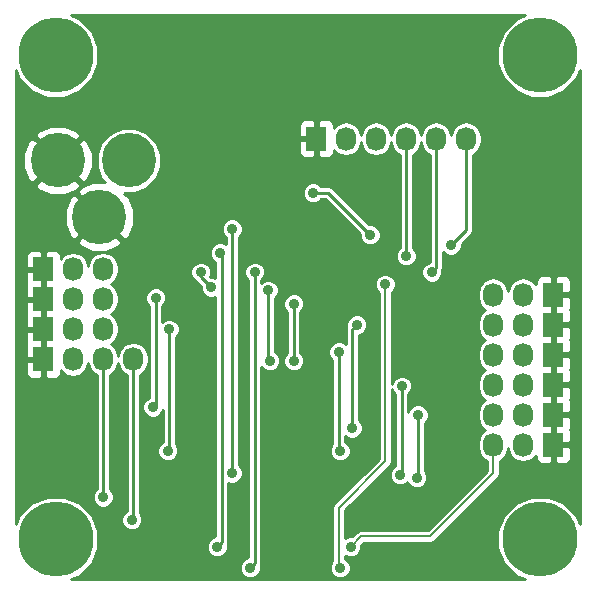
<source format=gbr>
G04 #@! TF.FileFunction,Copper,L2,Bot,Signal*
%FSLAX46Y46*%
G04 Gerber Fmt 4.6, Leading zero omitted, Abs format (unit mm)*
G04 Created by KiCad (PCBNEW (after 2015-mar-04 BZR unknown)-product) date 11/8/2016 10:56:30 AM*
%MOMM*%
G01*
G04 APERTURE LIST*
%ADD10C,0.150000*%
%ADD11C,6.350000*%
%ADD12R,1.727200X2.032000*%
%ADD13O,1.727200X2.032000*%
%ADD14C,4.600000*%
%ADD15C,0.889000*%
%ADD16C,0.254000*%
%ADD17C,0.203200*%
G04 APERTURE END LIST*
D10*
D11*
X14000000Y-55000000D03*
X55000000Y-55000000D03*
X55000000Y-14000000D03*
X14000000Y-14000000D03*
D12*
X36068000Y-21082000D03*
D13*
X38608000Y-21082000D03*
X41148000Y-21082000D03*
X43688000Y-21082000D03*
X46228000Y-21082000D03*
X48768000Y-21082000D03*
D14*
X14200000Y-22900000D03*
X20200000Y-22900000D03*
X17700000Y-27700000D03*
D12*
X56134000Y-46990000D03*
D13*
X53594000Y-46990000D03*
X51054000Y-46990000D03*
D12*
X56134000Y-44450000D03*
D13*
X53594000Y-44450000D03*
X51054000Y-44450000D03*
D12*
X56134000Y-41910000D03*
D13*
X53594000Y-41910000D03*
X51054000Y-41910000D03*
D12*
X56134000Y-39370000D03*
D13*
X53594000Y-39370000D03*
X51054000Y-39370000D03*
D12*
X56134000Y-36830000D03*
D13*
X53594000Y-36830000D03*
X51054000Y-36830000D03*
D12*
X56134000Y-34290000D03*
D13*
X53594000Y-34290000D03*
X51054000Y-34290000D03*
D12*
X12954000Y-32131000D03*
D13*
X15494000Y-32131000D03*
X18034000Y-32131000D03*
D12*
X12954000Y-34671000D03*
D13*
X15494000Y-34671000D03*
X18034000Y-34671000D03*
D12*
X12954000Y-37211000D03*
D13*
X15494000Y-37211000D03*
X18034000Y-37211000D03*
D12*
X12954000Y-39751000D03*
D13*
X15494000Y-39751000D03*
X18034000Y-39751000D03*
X20574000Y-39751000D03*
D15*
X36703000Y-37846000D03*
X25273000Y-42291000D03*
X19431000Y-44450000D03*
X30226000Y-16383000D03*
X18415000Y-17780000D03*
X26416000Y-14605000D03*
X48260000Y-57404000D03*
X45847000Y-32385000D03*
X30861000Y-32385000D03*
X30480000Y-57404000D03*
X43688000Y-30988000D03*
X27940000Y-30734000D03*
X27686000Y-55626000D03*
X38989000Y-55626000D03*
X44704000Y-44450000D03*
X44577000Y-49784000D03*
X43307000Y-42037000D03*
X43180000Y-49530000D03*
X37973000Y-39116000D03*
X38100000Y-47498000D03*
X39116000Y-45593000D03*
X39497000Y-36830000D03*
X34163000Y-35052000D03*
X34163000Y-39878000D03*
X26289000Y-32385000D03*
X27178000Y-33655000D03*
X32004000Y-33909000D03*
X32131000Y-39878000D03*
X22479000Y-34544000D03*
X22225000Y-43815000D03*
X23622000Y-37211000D03*
X23495000Y-47498000D03*
X18034000Y-51435000D03*
X20447000Y-53340000D03*
X28956000Y-28702000D03*
X28956000Y-49403000D03*
X38100000Y-57404000D03*
X41910000Y-33401000D03*
X47498000Y-30099000D03*
X35814000Y-25654000D03*
X40640000Y-29210000D03*
D16*
X46228000Y-32004000D02*
X46228000Y-21082000D01*
X45847000Y-32385000D02*
X46228000Y-32004000D01*
X30861000Y-57023000D02*
X30861000Y-32385000D01*
X30480000Y-57404000D02*
X30861000Y-57023000D01*
X43688000Y-30988000D02*
X43688000Y-21082000D01*
X28067000Y-30861000D02*
X27940000Y-30734000D01*
X28067000Y-55245000D02*
X28067000Y-30861000D01*
X27686000Y-55626000D02*
X28067000Y-55245000D01*
D17*
X38989000Y-55626000D02*
X39878000Y-54737000D01*
X39878000Y-54737000D02*
X45720000Y-54737000D01*
X45720000Y-54737000D02*
X51054000Y-49403000D01*
X51054000Y-49403000D02*
X51054000Y-46990000D01*
D16*
X44704000Y-49657000D02*
X44704000Y-44450000D01*
X44577000Y-49784000D02*
X44704000Y-49657000D01*
X43307000Y-49403000D02*
X43307000Y-42037000D01*
X43180000Y-49530000D02*
X43307000Y-49403000D01*
X37973000Y-47371000D02*
X37973000Y-39116000D01*
X38100000Y-47498000D02*
X37973000Y-47371000D01*
X39116000Y-37211000D02*
X39116000Y-45593000D01*
X39497000Y-36830000D02*
X39116000Y-37211000D01*
X34163000Y-39878000D02*
X34163000Y-35052000D01*
X26289000Y-32766000D02*
X26289000Y-32385000D01*
X27178000Y-33655000D02*
X26289000Y-32766000D01*
X32004000Y-39751000D02*
X32004000Y-33909000D01*
X32131000Y-39878000D02*
X32004000Y-39751000D01*
X22479000Y-43561000D02*
X22479000Y-34544000D01*
X22225000Y-43815000D02*
X22479000Y-43561000D01*
X23622000Y-47371000D02*
X23622000Y-37211000D01*
X23495000Y-47498000D02*
X23622000Y-47371000D01*
X18034000Y-51435000D02*
X18034000Y-39751000D01*
X20574000Y-53213000D02*
X20574000Y-39751000D01*
X20447000Y-53340000D02*
X20574000Y-53213000D01*
X28956000Y-49403000D02*
X28956000Y-28702000D01*
D17*
X38100000Y-57404000D02*
X37973000Y-57277000D01*
X37973000Y-57277000D02*
X37973000Y-52324000D01*
X37973000Y-52324000D02*
X41910000Y-48387000D01*
X41910000Y-48387000D02*
X41910000Y-33401000D01*
D16*
X48768000Y-28829000D02*
X48768000Y-21082000D01*
X47498000Y-30099000D02*
X48768000Y-28829000D01*
X37084000Y-25654000D02*
X35814000Y-25654000D01*
X40640000Y-29210000D02*
X37084000Y-25654000D01*
G36*
X58377700Y-53729735D02*
X58059479Y-52959581D01*
X57632600Y-52531956D01*
X57632600Y-48132309D01*
X57632600Y-47275750D01*
X57632600Y-46704250D01*
X57632600Y-45847691D01*
X57579708Y-45720000D01*
X57632600Y-45592309D01*
X57632600Y-44735750D01*
X57632600Y-44164250D01*
X57632600Y-43307691D01*
X57579708Y-43180000D01*
X57632600Y-43052309D01*
X57632600Y-42195750D01*
X57632600Y-41624250D01*
X57632600Y-40767691D01*
X57579708Y-40640000D01*
X57632600Y-40512309D01*
X57632600Y-39655750D01*
X57632600Y-39084250D01*
X57632600Y-38227691D01*
X57579708Y-38100000D01*
X57632600Y-37972309D01*
X57632600Y-37115750D01*
X57632600Y-36544250D01*
X57632600Y-35687691D01*
X57579708Y-35560000D01*
X57632600Y-35432309D01*
X57632600Y-34575750D01*
X57632600Y-34004250D01*
X57632600Y-33147691D01*
X57535927Y-32914302D01*
X57357299Y-32735673D01*
X57123910Y-32639000D01*
X56871291Y-32639000D01*
X56419750Y-32639000D01*
X56261000Y-32797750D01*
X56261000Y-34163000D01*
X57473850Y-34163000D01*
X57632600Y-34004250D01*
X57632600Y-34575750D01*
X57473850Y-34417000D01*
X56261000Y-34417000D01*
X56261000Y-35337750D01*
X56261000Y-35782250D01*
X56261000Y-36703000D01*
X57473850Y-36703000D01*
X57632600Y-36544250D01*
X57632600Y-37115750D01*
X57473850Y-36957000D01*
X56261000Y-36957000D01*
X56261000Y-37877750D01*
X56261000Y-38322250D01*
X56261000Y-39243000D01*
X57473850Y-39243000D01*
X57632600Y-39084250D01*
X57632600Y-39655750D01*
X57473850Y-39497000D01*
X56261000Y-39497000D01*
X56261000Y-40417750D01*
X56261000Y-40862250D01*
X56261000Y-41783000D01*
X57473850Y-41783000D01*
X57632600Y-41624250D01*
X57632600Y-42195750D01*
X57473850Y-42037000D01*
X56261000Y-42037000D01*
X56261000Y-42957750D01*
X56261000Y-43402250D01*
X56261000Y-44323000D01*
X57473850Y-44323000D01*
X57632600Y-44164250D01*
X57632600Y-44735750D01*
X57473850Y-44577000D01*
X56261000Y-44577000D01*
X56261000Y-45497750D01*
X56261000Y-45942250D01*
X56261000Y-46863000D01*
X57473850Y-46863000D01*
X57632600Y-46704250D01*
X57632600Y-47275750D01*
X57473850Y-47117000D01*
X56261000Y-47117000D01*
X56261000Y-48482250D01*
X56419750Y-48641000D01*
X56871291Y-48641000D01*
X57123910Y-48641000D01*
X57357299Y-48544327D01*
X57535927Y-48365698D01*
X57632600Y-48132309D01*
X57632600Y-52531956D01*
X57045755Y-51944087D01*
X56007000Y-51512758D01*
X56007000Y-48482250D01*
X56007000Y-47117000D01*
X55987000Y-47117000D01*
X55987000Y-46863000D01*
X56007000Y-46863000D01*
X56007000Y-45942250D01*
X56007000Y-45497750D01*
X56007000Y-44577000D01*
X55987000Y-44577000D01*
X55987000Y-44323000D01*
X56007000Y-44323000D01*
X56007000Y-43402250D01*
X56007000Y-42957750D01*
X56007000Y-42037000D01*
X55987000Y-42037000D01*
X55987000Y-41783000D01*
X56007000Y-41783000D01*
X56007000Y-40862250D01*
X56007000Y-40417750D01*
X56007000Y-39497000D01*
X55987000Y-39497000D01*
X55987000Y-39243000D01*
X56007000Y-39243000D01*
X56007000Y-38322250D01*
X56007000Y-37877750D01*
X56007000Y-36957000D01*
X55987000Y-36957000D01*
X55987000Y-36703000D01*
X56007000Y-36703000D01*
X56007000Y-35782250D01*
X56007000Y-35337750D01*
X56007000Y-34417000D01*
X55987000Y-34417000D01*
X55987000Y-34163000D01*
X56007000Y-34163000D01*
X56007000Y-32797750D01*
X55848250Y-32639000D01*
X55396709Y-32639000D01*
X55144090Y-32639000D01*
X54910701Y-32735673D01*
X54732073Y-32914302D01*
X54635400Y-33147691D01*
X54635400Y-33380944D01*
X54509986Y-33193250D01*
X54089728Y-32912442D01*
X53594000Y-32813836D01*
X53098272Y-32912442D01*
X52678014Y-33193250D01*
X52397206Y-33613508D01*
X52324000Y-33981541D01*
X52250794Y-33613508D01*
X51969986Y-33193250D01*
X51549728Y-32912442D01*
X51054000Y-32813836D01*
X50558272Y-32912442D01*
X50138014Y-33193250D01*
X50063400Y-33304917D01*
X50063400Y-21262764D01*
X50063400Y-20901236D01*
X49964794Y-20405508D01*
X49683986Y-19985250D01*
X49263728Y-19704442D01*
X48768000Y-19605836D01*
X48272272Y-19704442D01*
X47852014Y-19985250D01*
X47571206Y-20405508D01*
X47498000Y-20773541D01*
X47424794Y-20405508D01*
X47143986Y-19985250D01*
X46723728Y-19704442D01*
X46228000Y-19605836D01*
X45732272Y-19704442D01*
X45312014Y-19985250D01*
X45031206Y-20405508D01*
X44958000Y-20773541D01*
X44884794Y-20405508D01*
X44603986Y-19985250D01*
X44183728Y-19704442D01*
X43688000Y-19605836D01*
X43192272Y-19704442D01*
X42772014Y-19985250D01*
X42491206Y-20405508D01*
X42418000Y-20773541D01*
X42344794Y-20405508D01*
X42063986Y-19985250D01*
X41643728Y-19704442D01*
X41148000Y-19605836D01*
X40652272Y-19704442D01*
X40232014Y-19985250D01*
X39951206Y-20405508D01*
X39878000Y-20773541D01*
X39804794Y-20405508D01*
X39523986Y-19985250D01*
X39103728Y-19704442D01*
X38608000Y-19605836D01*
X38112272Y-19704442D01*
X37692014Y-19985250D01*
X37566600Y-20172944D01*
X37566600Y-19939691D01*
X37469927Y-19706302D01*
X37291299Y-19527673D01*
X37057910Y-19431000D01*
X36805291Y-19431000D01*
X36353750Y-19431000D01*
X36195000Y-19589750D01*
X36195000Y-20955000D01*
X36215000Y-20955000D01*
X36215000Y-21209000D01*
X36195000Y-21209000D01*
X36195000Y-22574250D01*
X36353750Y-22733000D01*
X36805291Y-22733000D01*
X37057910Y-22733000D01*
X37291299Y-22636327D01*
X37469927Y-22457698D01*
X37566600Y-22224309D01*
X37566600Y-21991055D01*
X37692014Y-22178750D01*
X38112272Y-22459558D01*
X38608000Y-22558164D01*
X39103728Y-22459558D01*
X39523986Y-22178750D01*
X39804794Y-21758492D01*
X39878000Y-21390458D01*
X39951206Y-21758492D01*
X40232014Y-22178750D01*
X40652272Y-22459558D01*
X41148000Y-22558164D01*
X41643728Y-22459558D01*
X42063986Y-22178750D01*
X42344794Y-21758492D01*
X42418000Y-21390458D01*
X42491206Y-21758492D01*
X42772014Y-22178750D01*
X43129200Y-22417414D01*
X43129200Y-30307630D01*
X42945542Y-30490968D01*
X42811852Y-30812928D01*
X42811548Y-31161542D01*
X42944676Y-31483736D01*
X43190968Y-31730458D01*
X43512928Y-31864148D01*
X43861542Y-31864452D01*
X44183736Y-31731324D01*
X44430458Y-31485032D01*
X44564148Y-31163072D01*
X44564452Y-30814458D01*
X44431324Y-30492264D01*
X44246800Y-30307417D01*
X44246800Y-22417414D01*
X44603986Y-22178750D01*
X44884794Y-21758492D01*
X44958000Y-21390458D01*
X45031206Y-21758492D01*
X45312014Y-22178750D01*
X45669200Y-22417414D01*
X45669200Y-31510307D01*
X45351264Y-31641676D01*
X45104542Y-31887968D01*
X44970852Y-32209928D01*
X44970548Y-32558542D01*
X45103676Y-32880736D01*
X45349968Y-33127458D01*
X45671928Y-33261148D01*
X46020542Y-33261452D01*
X46342736Y-33128324D01*
X46589458Y-32882032D01*
X46723148Y-32560072D01*
X46723419Y-32249040D01*
X46723419Y-32249039D01*
X46744264Y-32217844D01*
X46744264Y-32217843D01*
X46786799Y-32004000D01*
X46786800Y-32004000D01*
X46786800Y-30626916D01*
X47000968Y-30841458D01*
X47322928Y-30975148D01*
X47671542Y-30975452D01*
X47993736Y-30842324D01*
X48240458Y-30596032D01*
X48374148Y-30274072D01*
X48374375Y-30012886D01*
X49163131Y-29224131D01*
X49284264Y-29042844D01*
X49284264Y-29042843D01*
X49326799Y-28829000D01*
X49326800Y-28829000D01*
X49326800Y-22417414D01*
X49683986Y-22178750D01*
X49964794Y-21758492D01*
X50063400Y-21262764D01*
X50063400Y-33304917D01*
X49857206Y-33613508D01*
X49758600Y-34109236D01*
X49758600Y-34470764D01*
X49857206Y-34966492D01*
X50138014Y-35386750D01*
X50397300Y-35560000D01*
X50138014Y-35733250D01*
X49857206Y-36153508D01*
X49758600Y-36649236D01*
X49758600Y-37010764D01*
X49857206Y-37506492D01*
X50138014Y-37926750D01*
X50397300Y-38100000D01*
X50138014Y-38273250D01*
X49857206Y-38693508D01*
X49758600Y-39189236D01*
X49758600Y-39550764D01*
X49857206Y-40046492D01*
X50138014Y-40466750D01*
X50397300Y-40640000D01*
X50138014Y-40813250D01*
X49857206Y-41233508D01*
X49758600Y-41729236D01*
X49758600Y-42090764D01*
X49857206Y-42586492D01*
X50138014Y-43006750D01*
X50397300Y-43180000D01*
X50138014Y-43353250D01*
X49857206Y-43773508D01*
X49758600Y-44269236D01*
X49758600Y-44630764D01*
X49857206Y-45126492D01*
X50138014Y-45546750D01*
X50397300Y-45720000D01*
X50138014Y-45893250D01*
X49857206Y-46313508D01*
X49758600Y-46809236D01*
X49758600Y-47170764D01*
X49857206Y-47666492D01*
X50138014Y-48086750D01*
X50520600Y-48342386D01*
X50520600Y-49182058D01*
X45499058Y-54203600D01*
X39878000Y-54203600D01*
X39673877Y-54244203D01*
X39500829Y-54359829D01*
X39110852Y-54749805D01*
X38815458Y-54749548D01*
X38506400Y-54877248D01*
X38506400Y-52544942D01*
X42287171Y-48764171D01*
X42402797Y-48591123D01*
X42443400Y-48387000D01*
X42443400Y-42241646D01*
X42563676Y-42532736D01*
X42748200Y-42717582D01*
X42748200Y-48760258D01*
X42684264Y-48786676D01*
X42437542Y-49032968D01*
X42303852Y-49354928D01*
X42303548Y-49703542D01*
X42436676Y-50025736D01*
X42682968Y-50272458D01*
X43004928Y-50406148D01*
X43353542Y-50406452D01*
X43675736Y-50273324D01*
X43785678Y-50163573D01*
X43833676Y-50279736D01*
X44079968Y-50526458D01*
X44401928Y-50660148D01*
X44750542Y-50660452D01*
X45072736Y-50527324D01*
X45319458Y-50281032D01*
X45453148Y-49959072D01*
X45453452Y-49610458D01*
X45320324Y-49288264D01*
X45262800Y-49230639D01*
X45262800Y-45130369D01*
X45446458Y-44947032D01*
X45580148Y-44625072D01*
X45580452Y-44276458D01*
X45447324Y-43954264D01*
X45201032Y-43707542D01*
X44879072Y-43573852D01*
X44530458Y-43573548D01*
X44208264Y-43706676D01*
X43961542Y-43952968D01*
X43865800Y-44183539D01*
X43865800Y-42717369D01*
X44049458Y-42534032D01*
X44183148Y-42212072D01*
X44183452Y-41863458D01*
X44050324Y-41541264D01*
X43804032Y-41294542D01*
X43482072Y-41160852D01*
X43133458Y-41160548D01*
X42811264Y-41293676D01*
X42564542Y-41539968D01*
X42443400Y-41831709D01*
X42443400Y-34106725D01*
X42652458Y-33898032D01*
X42786148Y-33576072D01*
X42786452Y-33227458D01*
X42653324Y-32905264D01*
X42407032Y-32658542D01*
X42085072Y-32524852D01*
X41736458Y-32524548D01*
X41516452Y-32615452D01*
X41516452Y-29036458D01*
X41383324Y-28714264D01*
X41137032Y-28467542D01*
X40815072Y-28333852D01*
X40553887Y-28333624D01*
X37479131Y-25258869D01*
X37297844Y-25137736D01*
X37084000Y-25095200D01*
X36494369Y-25095200D01*
X36311032Y-24911542D01*
X35989072Y-24777852D01*
X35941000Y-24777810D01*
X35941000Y-22574250D01*
X35941000Y-21209000D01*
X35941000Y-20955000D01*
X35941000Y-19589750D01*
X35782250Y-19431000D01*
X35330709Y-19431000D01*
X35078090Y-19431000D01*
X34844701Y-19527673D01*
X34666073Y-19706302D01*
X34569400Y-19939691D01*
X34569400Y-20796250D01*
X34728150Y-20955000D01*
X35941000Y-20955000D01*
X35941000Y-21209000D01*
X34728150Y-21209000D01*
X34569400Y-21367750D01*
X34569400Y-22224309D01*
X34666073Y-22457698D01*
X34844701Y-22636327D01*
X35078090Y-22733000D01*
X35330709Y-22733000D01*
X35782250Y-22733000D01*
X35941000Y-22574250D01*
X35941000Y-24777810D01*
X35640458Y-24777548D01*
X35318264Y-24910676D01*
X35071542Y-25156968D01*
X34937852Y-25478928D01*
X34937548Y-25827542D01*
X35070676Y-26149736D01*
X35316968Y-26396458D01*
X35638928Y-26530148D01*
X35987542Y-26530452D01*
X36309736Y-26397324D01*
X36494582Y-26212800D01*
X36852537Y-26212800D01*
X39763774Y-29124037D01*
X39763548Y-29383542D01*
X39896676Y-29705736D01*
X40142968Y-29952458D01*
X40464928Y-30086148D01*
X40813542Y-30086452D01*
X41135736Y-29953324D01*
X41382458Y-29707032D01*
X41516148Y-29385072D01*
X41516452Y-29036458D01*
X41516452Y-32615452D01*
X41414264Y-32657676D01*
X41167542Y-32903968D01*
X41033852Y-33225928D01*
X41033548Y-33574542D01*
X41166676Y-33896736D01*
X41376600Y-34107026D01*
X41376600Y-48166058D01*
X40373452Y-49169206D01*
X40373452Y-36656458D01*
X40240324Y-36334264D01*
X39994032Y-36087542D01*
X39672072Y-35953852D01*
X39323458Y-35953548D01*
X39001264Y-36086676D01*
X38754542Y-36332968D01*
X38620852Y-36654928D01*
X38620580Y-36965959D01*
X38620580Y-36965960D01*
X38599736Y-36997156D01*
X38557200Y-37211000D01*
X38557200Y-38460862D01*
X38470032Y-38373542D01*
X38148072Y-38239852D01*
X37799458Y-38239548D01*
X37477264Y-38372676D01*
X37230542Y-38618968D01*
X37096852Y-38940928D01*
X37096548Y-39289542D01*
X37229676Y-39611736D01*
X37414200Y-39796582D01*
X37414200Y-46944408D01*
X37357542Y-47000968D01*
X37223852Y-47322928D01*
X37223548Y-47671542D01*
X37356676Y-47993736D01*
X37602968Y-48240458D01*
X37924928Y-48374148D01*
X38273542Y-48374452D01*
X38595736Y-48241324D01*
X38842458Y-47995032D01*
X38976148Y-47673072D01*
X38976452Y-47324458D01*
X38843324Y-47002264D01*
X38597032Y-46755542D01*
X38531800Y-46728455D01*
X38531800Y-46248137D01*
X38618968Y-46335458D01*
X38940928Y-46469148D01*
X39289542Y-46469452D01*
X39611736Y-46336324D01*
X39858458Y-46090032D01*
X39992148Y-45768072D01*
X39992452Y-45419458D01*
X39859324Y-45097264D01*
X39674800Y-44912417D01*
X39674800Y-37704692D01*
X39992736Y-37573324D01*
X40239458Y-37327032D01*
X40373148Y-37005072D01*
X40373452Y-36656458D01*
X40373452Y-49169206D01*
X37595829Y-51946829D01*
X37480203Y-52119877D01*
X37439600Y-52324000D01*
X37439600Y-56825053D01*
X37357542Y-56906968D01*
X37223852Y-57228928D01*
X37223548Y-57577542D01*
X37356676Y-57899736D01*
X37602968Y-58146458D01*
X37924928Y-58280148D01*
X38273542Y-58280452D01*
X38595736Y-58147324D01*
X38842458Y-57901032D01*
X38976148Y-57579072D01*
X38976452Y-57230458D01*
X38843324Y-56908264D01*
X38597032Y-56661542D01*
X38506400Y-56623908D01*
X38506400Y-56374450D01*
X38813928Y-56502148D01*
X39162542Y-56502452D01*
X39484736Y-56369324D01*
X39731458Y-56123032D01*
X39865148Y-55801072D01*
X39865407Y-55503934D01*
X40098942Y-55270400D01*
X45720000Y-55270400D01*
X45924123Y-55229797D01*
X46097171Y-55114171D01*
X51431171Y-49780171D01*
X51546797Y-49607123D01*
X51587400Y-49403000D01*
X51587400Y-48342386D01*
X51969986Y-48086750D01*
X52250794Y-47666492D01*
X52324000Y-47298458D01*
X52397206Y-47666492D01*
X52678014Y-48086750D01*
X53098272Y-48367558D01*
X53594000Y-48466164D01*
X54089728Y-48367558D01*
X54509986Y-48086750D01*
X54635400Y-47899055D01*
X54635400Y-48132309D01*
X54732073Y-48365698D01*
X54910701Y-48544327D01*
X55144090Y-48641000D01*
X55396709Y-48641000D01*
X55848250Y-48641000D01*
X56007000Y-48482250D01*
X56007000Y-51512758D01*
X55720584Y-51393828D01*
X54285711Y-51392576D01*
X52959581Y-51940521D01*
X51944087Y-52954245D01*
X51393828Y-54279416D01*
X51392576Y-55714289D01*
X51940521Y-57040419D01*
X52954245Y-58055913D01*
X53729194Y-58377700D01*
X35039452Y-58377700D01*
X35039452Y-39704458D01*
X34906324Y-39382264D01*
X34721800Y-39197417D01*
X34721800Y-35732369D01*
X34905458Y-35549032D01*
X35039148Y-35227072D01*
X35039452Y-34878458D01*
X34906324Y-34556264D01*
X34660032Y-34309542D01*
X34338072Y-34175852D01*
X33989458Y-34175548D01*
X33667264Y-34308676D01*
X33420542Y-34554968D01*
X33286852Y-34876928D01*
X33286548Y-35225542D01*
X33419676Y-35547736D01*
X33604200Y-35732582D01*
X33604200Y-39197630D01*
X33420542Y-39380968D01*
X33286852Y-39702928D01*
X33286548Y-40051542D01*
X33419676Y-40373736D01*
X33665968Y-40620458D01*
X33987928Y-40754148D01*
X34336542Y-40754452D01*
X34658736Y-40621324D01*
X34905458Y-40375032D01*
X35039148Y-40053072D01*
X35039452Y-39704458D01*
X35039452Y-58377700D01*
X33007452Y-58377700D01*
X33007452Y-39704458D01*
X32874324Y-39382264D01*
X32628032Y-39135542D01*
X32562800Y-39108455D01*
X32562800Y-34589369D01*
X32746458Y-34406032D01*
X32880148Y-34084072D01*
X32880452Y-33735458D01*
X32747324Y-33413264D01*
X32501032Y-33166542D01*
X32179072Y-33032852D01*
X31830458Y-33032548D01*
X31508264Y-33165676D01*
X31419800Y-33253985D01*
X31419800Y-33065369D01*
X31603458Y-32882032D01*
X31737148Y-32560072D01*
X31737452Y-32211458D01*
X31604324Y-31889264D01*
X31358032Y-31642542D01*
X31036072Y-31508852D01*
X30687458Y-31508548D01*
X30365264Y-31641676D01*
X30118542Y-31887968D01*
X29984852Y-32209928D01*
X29984548Y-32558542D01*
X30117676Y-32880736D01*
X30302200Y-33065582D01*
X30302200Y-56529307D01*
X29984264Y-56660676D01*
X29832452Y-56812223D01*
X29832452Y-49229458D01*
X29699324Y-48907264D01*
X29514800Y-48722417D01*
X29514800Y-29382369D01*
X29698458Y-29199032D01*
X29832148Y-28877072D01*
X29832452Y-28528458D01*
X29699324Y-28206264D01*
X29453032Y-27959542D01*
X29131072Y-27825852D01*
X28782458Y-27825548D01*
X28460264Y-27958676D01*
X28213542Y-28204968D01*
X28079852Y-28526928D01*
X28079548Y-28875542D01*
X28212676Y-29197736D01*
X28397200Y-29382582D01*
X28397200Y-29975002D01*
X28115072Y-29857852D01*
X27766458Y-29857548D01*
X27444264Y-29990676D01*
X27197542Y-30236968D01*
X27063852Y-30558928D01*
X27063548Y-30907542D01*
X27196676Y-31229736D01*
X27442968Y-31476458D01*
X27508200Y-31503544D01*
X27508200Y-32843267D01*
X27353072Y-32778852D01*
X27091886Y-32778624D01*
X27079528Y-32766266D01*
X27165148Y-32560072D01*
X27165452Y-32211458D01*
X27032324Y-31889264D01*
X26786032Y-31642542D01*
X26464072Y-31508852D01*
X26115458Y-31508548D01*
X25793264Y-31641676D01*
X25546542Y-31887968D01*
X25412852Y-32209928D01*
X25412548Y-32558542D01*
X25545676Y-32880736D01*
X25791968Y-33127458D01*
X25908644Y-33175906D01*
X26301774Y-33569036D01*
X26301548Y-33828542D01*
X26434676Y-34150736D01*
X26680968Y-34397458D01*
X27002928Y-34531148D01*
X27351542Y-34531452D01*
X27508200Y-34466722D01*
X27508200Y-54751307D01*
X27190264Y-54882676D01*
X26943542Y-55128968D01*
X26809852Y-55450928D01*
X26809548Y-55799542D01*
X26942676Y-56121736D01*
X27188968Y-56368458D01*
X27510928Y-56502148D01*
X27859542Y-56502452D01*
X28181736Y-56369324D01*
X28428458Y-56123032D01*
X28562148Y-55801072D01*
X28562419Y-55490040D01*
X28562419Y-55490039D01*
X28583264Y-55458844D01*
X28583264Y-55458843D01*
X28625799Y-55245000D01*
X28625800Y-55245000D01*
X28625800Y-50214732D01*
X28780928Y-50279148D01*
X29129542Y-50279452D01*
X29451736Y-50146324D01*
X29698458Y-49900032D01*
X29832148Y-49578072D01*
X29832452Y-49229458D01*
X29832452Y-56812223D01*
X29737542Y-56906968D01*
X29603852Y-57228928D01*
X29603548Y-57577542D01*
X29736676Y-57899736D01*
X29982968Y-58146458D01*
X30304928Y-58280148D01*
X30653542Y-58280452D01*
X30975736Y-58147324D01*
X31222458Y-57901032D01*
X31356148Y-57579072D01*
X31356419Y-57268040D01*
X31356419Y-57268039D01*
X31377264Y-57236844D01*
X31377264Y-57236843D01*
X31419799Y-57023000D01*
X31419800Y-57023000D01*
X31419800Y-40405916D01*
X31633968Y-40620458D01*
X31955928Y-40754148D01*
X32304542Y-40754452D01*
X32626736Y-40621324D01*
X32873458Y-40375032D01*
X33007148Y-40053072D01*
X33007452Y-39704458D01*
X33007452Y-58377700D01*
X24498452Y-58377700D01*
X24498452Y-37037458D01*
X24365324Y-36715264D01*
X24119032Y-36468542D01*
X23797072Y-36334852D01*
X23448458Y-36334548D01*
X23126264Y-36467676D01*
X23037800Y-36555985D01*
X23037800Y-35224369D01*
X23221458Y-35041032D01*
X23355148Y-34719072D01*
X23355452Y-34370458D01*
X23222324Y-34048264D01*
X22976032Y-33801542D01*
X22932273Y-33783371D01*
X22932273Y-22358995D01*
X22517258Y-21354581D01*
X21749461Y-20585443D01*
X20745773Y-20168675D01*
X19658995Y-20167727D01*
X18654581Y-20582742D01*
X17885443Y-21350539D01*
X17468675Y-22354227D01*
X17467727Y-23441005D01*
X17882742Y-24445419D01*
X18200162Y-24763393D01*
X17136843Y-24766777D01*
X17136843Y-23474464D01*
X17133127Y-22306855D01*
X16693451Y-21245383D01*
X16291553Y-20988052D01*
X16111948Y-21167657D01*
X16111948Y-20808447D01*
X15854617Y-20406549D01*
X14774464Y-19963157D01*
X13606855Y-19966873D01*
X12545383Y-20406549D01*
X12288052Y-20808447D01*
X14200000Y-22720395D01*
X16111948Y-20808447D01*
X16111948Y-21167657D01*
X14379605Y-22900000D01*
X16291553Y-24811948D01*
X16693451Y-24554617D01*
X17136843Y-23474464D01*
X17136843Y-24766777D01*
X17106855Y-24766873D01*
X16111948Y-25178976D01*
X16111948Y-24991553D01*
X14200000Y-23079605D01*
X14020395Y-23259210D01*
X14020395Y-22900000D01*
X12108447Y-20988052D01*
X11706549Y-21245383D01*
X11263157Y-22325536D01*
X11266873Y-23493145D01*
X11706549Y-24554617D01*
X12108447Y-24811948D01*
X14020395Y-22900000D01*
X14020395Y-23259210D01*
X12288052Y-24991553D01*
X12545383Y-25393451D01*
X13625536Y-25836843D01*
X14793145Y-25833127D01*
X15854617Y-25393451D01*
X16111948Y-24991553D01*
X16111948Y-25178976D01*
X16045383Y-25206549D01*
X15788052Y-25608447D01*
X17700000Y-27520395D01*
X17714142Y-27506252D01*
X17893747Y-27685857D01*
X17879605Y-27700000D01*
X19791553Y-29611948D01*
X20193451Y-29354617D01*
X20636843Y-28274464D01*
X20633127Y-27106855D01*
X20193451Y-26045383D01*
X19791554Y-25788053D01*
X19904062Y-25675546D01*
X19860020Y-25631504D01*
X20741005Y-25632273D01*
X21745419Y-25217258D01*
X22514557Y-24449461D01*
X22931325Y-23445773D01*
X22932273Y-22358995D01*
X22932273Y-33783371D01*
X22654072Y-33667852D01*
X22305458Y-33667548D01*
X21983264Y-33800676D01*
X21736542Y-34046968D01*
X21602852Y-34368928D01*
X21602548Y-34717542D01*
X21735676Y-35039736D01*
X21920200Y-35224582D01*
X21920200Y-42992782D01*
X21869400Y-43013772D01*
X21869400Y-39931764D01*
X21869400Y-39570236D01*
X21770794Y-39074508D01*
X21489986Y-38654250D01*
X21069728Y-38373442D01*
X20636843Y-38287336D01*
X20574000Y-38274836D01*
X20078272Y-38373442D01*
X19658014Y-38654250D01*
X19611948Y-38723192D01*
X19611948Y-29791553D01*
X17700000Y-27879605D01*
X17520395Y-28059210D01*
X17520395Y-27700000D01*
X15608447Y-25788052D01*
X15206549Y-26045383D01*
X14763157Y-27125536D01*
X14766873Y-28293145D01*
X15206549Y-29354617D01*
X15608447Y-29611948D01*
X17520395Y-27700000D01*
X17520395Y-28059210D01*
X15788052Y-29791553D01*
X16045383Y-30193451D01*
X17125536Y-30636843D01*
X18293145Y-30633127D01*
X19354617Y-30193451D01*
X19611948Y-29791553D01*
X19611948Y-38723192D01*
X19377206Y-39074508D01*
X19304000Y-39442541D01*
X19230794Y-39074508D01*
X18949986Y-38654250D01*
X18690699Y-38481000D01*
X18949986Y-38307750D01*
X19230794Y-37887492D01*
X19329400Y-37391764D01*
X19329400Y-37030236D01*
X19230794Y-36534508D01*
X18949986Y-36114250D01*
X18690699Y-35941000D01*
X18949986Y-35767750D01*
X19230794Y-35347492D01*
X19329400Y-34851764D01*
X19329400Y-34490236D01*
X19230794Y-33994508D01*
X18949986Y-33574250D01*
X18690699Y-33401000D01*
X18949986Y-33227750D01*
X19230794Y-32807492D01*
X19329400Y-32311764D01*
X19329400Y-31950236D01*
X19230794Y-31454508D01*
X18949986Y-31034250D01*
X18529728Y-30753442D01*
X18034000Y-30654836D01*
X17538272Y-30753442D01*
X17118014Y-31034250D01*
X16837206Y-31454508D01*
X16764000Y-31822541D01*
X16690794Y-31454508D01*
X16409986Y-31034250D01*
X15989728Y-30753442D01*
X15494000Y-30654836D01*
X14998272Y-30753442D01*
X14578014Y-31034250D01*
X14452600Y-31221944D01*
X14452600Y-30988691D01*
X14355927Y-30755302D01*
X14177299Y-30576673D01*
X13943910Y-30480000D01*
X13691291Y-30480000D01*
X13239750Y-30480000D01*
X13081000Y-30638750D01*
X13081000Y-32004000D01*
X13101000Y-32004000D01*
X13101000Y-32258000D01*
X13081000Y-32258000D01*
X13081000Y-33178750D01*
X13081000Y-33623250D01*
X13081000Y-34544000D01*
X13101000Y-34544000D01*
X13101000Y-34798000D01*
X13081000Y-34798000D01*
X13081000Y-35718750D01*
X13081000Y-36163250D01*
X13081000Y-37084000D01*
X13101000Y-37084000D01*
X13101000Y-37338000D01*
X13081000Y-37338000D01*
X13081000Y-38258750D01*
X13081000Y-38703250D01*
X13081000Y-39624000D01*
X13101000Y-39624000D01*
X13101000Y-39878000D01*
X13081000Y-39878000D01*
X13081000Y-41243250D01*
X13239750Y-41402000D01*
X13691291Y-41402000D01*
X13943910Y-41402000D01*
X14177299Y-41305327D01*
X14355927Y-41126698D01*
X14452600Y-40893309D01*
X14452600Y-40660055D01*
X14578014Y-40847750D01*
X14998272Y-41128558D01*
X15494000Y-41227164D01*
X15989728Y-41128558D01*
X16409986Y-40847750D01*
X16690794Y-40427492D01*
X16764000Y-40059458D01*
X16837206Y-40427492D01*
X17118014Y-40847750D01*
X17475200Y-41086414D01*
X17475200Y-50754630D01*
X17291542Y-50937968D01*
X17157852Y-51259928D01*
X17157548Y-51608542D01*
X17290676Y-51930736D01*
X17536968Y-52177458D01*
X17858928Y-52311148D01*
X18207542Y-52311452D01*
X18529736Y-52178324D01*
X18776458Y-51932032D01*
X18910148Y-51610072D01*
X18910452Y-51261458D01*
X18777324Y-50939264D01*
X18592800Y-50754417D01*
X18592800Y-41086414D01*
X18949986Y-40847750D01*
X19230794Y-40427492D01*
X19304000Y-40059458D01*
X19377206Y-40427492D01*
X19658014Y-40847750D01*
X20015200Y-41086414D01*
X20015200Y-52570258D01*
X19951264Y-52596676D01*
X19704542Y-52842968D01*
X19570852Y-53164928D01*
X19570548Y-53513542D01*
X19703676Y-53835736D01*
X19949968Y-54082458D01*
X20271928Y-54216148D01*
X20620542Y-54216452D01*
X20942736Y-54083324D01*
X21189458Y-53837032D01*
X21323148Y-53515072D01*
X21323452Y-53166458D01*
X21190324Y-52844264D01*
X21132800Y-52786639D01*
X21132800Y-41086414D01*
X21489986Y-40847750D01*
X21770794Y-40427492D01*
X21869400Y-39931764D01*
X21869400Y-43013772D01*
X21729264Y-43071676D01*
X21482542Y-43317968D01*
X21348852Y-43639928D01*
X21348548Y-43988542D01*
X21481676Y-44310736D01*
X21727968Y-44557458D01*
X22049928Y-44691148D01*
X22398542Y-44691452D01*
X22720736Y-44558324D01*
X22967458Y-44312032D01*
X23063200Y-44081460D01*
X23063200Y-46728258D01*
X22999264Y-46754676D01*
X22752542Y-47000968D01*
X22618852Y-47322928D01*
X22618548Y-47671542D01*
X22751676Y-47993736D01*
X22997968Y-48240458D01*
X23319928Y-48374148D01*
X23668542Y-48374452D01*
X23990736Y-48241324D01*
X24237458Y-47995032D01*
X24371148Y-47673072D01*
X24371452Y-47324458D01*
X24238324Y-47002264D01*
X24180800Y-46944639D01*
X24180800Y-37891369D01*
X24364458Y-37708032D01*
X24498148Y-37386072D01*
X24498452Y-37037458D01*
X24498452Y-58377700D01*
X15270264Y-58377700D01*
X16040419Y-58059479D01*
X17055913Y-57045755D01*
X17606172Y-55720584D01*
X17607424Y-54285711D01*
X17059479Y-52959581D01*
X16045755Y-51944087D01*
X14720584Y-51393828D01*
X13285711Y-51392576D01*
X12827000Y-51582111D01*
X12827000Y-41243250D01*
X12827000Y-39878000D01*
X12827000Y-39624000D01*
X12827000Y-38703250D01*
X12827000Y-38258750D01*
X12827000Y-37338000D01*
X12827000Y-37084000D01*
X12827000Y-36163250D01*
X12827000Y-35718750D01*
X12827000Y-34798000D01*
X12827000Y-34544000D01*
X12827000Y-33623250D01*
X12827000Y-33178750D01*
X12827000Y-32258000D01*
X12827000Y-32004000D01*
X12827000Y-30638750D01*
X12668250Y-30480000D01*
X12216709Y-30480000D01*
X11964090Y-30480000D01*
X11730701Y-30576673D01*
X11552073Y-30755302D01*
X11455400Y-30988691D01*
X11455400Y-31845250D01*
X11614150Y-32004000D01*
X12827000Y-32004000D01*
X12827000Y-32258000D01*
X11614150Y-32258000D01*
X11455400Y-32416750D01*
X11455400Y-33273309D01*
X11508291Y-33401000D01*
X11455400Y-33528691D01*
X11455400Y-34385250D01*
X11614150Y-34544000D01*
X12827000Y-34544000D01*
X12827000Y-34798000D01*
X11614150Y-34798000D01*
X11455400Y-34956750D01*
X11455400Y-35813309D01*
X11508291Y-35941000D01*
X11455400Y-36068691D01*
X11455400Y-36925250D01*
X11614150Y-37084000D01*
X12827000Y-37084000D01*
X12827000Y-37338000D01*
X11614150Y-37338000D01*
X11455400Y-37496750D01*
X11455400Y-38353309D01*
X11508291Y-38481000D01*
X11455400Y-38608691D01*
X11455400Y-39465250D01*
X11614150Y-39624000D01*
X12827000Y-39624000D01*
X12827000Y-39878000D01*
X11614150Y-39878000D01*
X11455400Y-40036750D01*
X11455400Y-40893309D01*
X11552073Y-41126698D01*
X11730701Y-41305327D01*
X11964090Y-41402000D01*
X12216709Y-41402000D01*
X12668250Y-41402000D01*
X12827000Y-41243250D01*
X12827000Y-51582111D01*
X11959581Y-51940521D01*
X10944087Y-52954245D01*
X10622300Y-53729194D01*
X10622300Y-15270264D01*
X10940521Y-16040419D01*
X11954245Y-17055913D01*
X13279416Y-17606172D01*
X14714289Y-17607424D01*
X16040419Y-17059479D01*
X17055913Y-16045755D01*
X17606172Y-14720584D01*
X17607424Y-13285711D01*
X17059479Y-11959581D01*
X16045755Y-10944087D01*
X15270805Y-10622300D01*
X53729735Y-10622300D01*
X52959581Y-10940521D01*
X51944087Y-11954245D01*
X51393828Y-13279416D01*
X51392576Y-14714289D01*
X51940521Y-16040419D01*
X52954245Y-17055913D01*
X54279416Y-17606172D01*
X55714289Y-17607424D01*
X57040419Y-17059479D01*
X58055913Y-16045755D01*
X58377700Y-15270805D01*
X58377700Y-53729735D01*
X58377700Y-53729735D01*
G37*
X58377700Y-53729735D02*
X58059479Y-52959581D01*
X57632600Y-52531956D01*
X57632600Y-48132309D01*
X57632600Y-47275750D01*
X57632600Y-46704250D01*
X57632600Y-45847691D01*
X57579708Y-45720000D01*
X57632600Y-45592309D01*
X57632600Y-44735750D01*
X57632600Y-44164250D01*
X57632600Y-43307691D01*
X57579708Y-43180000D01*
X57632600Y-43052309D01*
X57632600Y-42195750D01*
X57632600Y-41624250D01*
X57632600Y-40767691D01*
X57579708Y-40640000D01*
X57632600Y-40512309D01*
X57632600Y-39655750D01*
X57632600Y-39084250D01*
X57632600Y-38227691D01*
X57579708Y-38100000D01*
X57632600Y-37972309D01*
X57632600Y-37115750D01*
X57632600Y-36544250D01*
X57632600Y-35687691D01*
X57579708Y-35560000D01*
X57632600Y-35432309D01*
X57632600Y-34575750D01*
X57632600Y-34004250D01*
X57632600Y-33147691D01*
X57535927Y-32914302D01*
X57357299Y-32735673D01*
X57123910Y-32639000D01*
X56871291Y-32639000D01*
X56419750Y-32639000D01*
X56261000Y-32797750D01*
X56261000Y-34163000D01*
X57473850Y-34163000D01*
X57632600Y-34004250D01*
X57632600Y-34575750D01*
X57473850Y-34417000D01*
X56261000Y-34417000D01*
X56261000Y-35337750D01*
X56261000Y-35782250D01*
X56261000Y-36703000D01*
X57473850Y-36703000D01*
X57632600Y-36544250D01*
X57632600Y-37115750D01*
X57473850Y-36957000D01*
X56261000Y-36957000D01*
X56261000Y-37877750D01*
X56261000Y-38322250D01*
X56261000Y-39243000D01*
X57473850Y-39243000D01*
X57632600Y-39084250D01*
X57632600Y-39655750D01*
X57473850Y-39497000D01*
X56261000Y-39497000D01*
X56261000Y-40417750D01*
X56261000Y-40862250D01*
X56261000Y-41783000D01*
X57473850Y-41783000D01*
X57632600Y-41624250D01*
X57632600Y-42195750D01*
X57473850Y-42037000D01*
X56261000Y-42037000D01*
X56261000Y-42957750D01*
X56261000Y-43402250D01*
X56261000Y-44323000D01*
X57473850Y-44323000D01*
X57632600Y-44164250D01*
X57632600Y-44735750D01*
X57473850Y-44577000D01*
X56261000Y-44577000D01*
X56261000Y-45497750D01*
X56261000Y-45942250D01*
X56261000Y-46863000D01*
X57473850Y-46863000D01*
X57632600Y-46704250D01*
X57632600Y-47275750D01*
X57473850Y-47117000D01*
X56261000Y-47117000D01*
X56261000Y-48482250D01*
X56419750Y-48641000D01*
X56871291Y-48641000D01*
X57123910Y-48641000D01*
X57357299Y-48544327D01*
X57535927Y-48365698D01*
X57632600Y-48132309D01*
X57632600Y-52531956D01*
X57045755Y-51944087D01*
X56007000Y-51512758D01*
X56007000Y-48482250D01*
X56007000Y-47117000D01*
X55987000Y-47117000D01*
X55987000Y-46863000D01*
X56007000Y-46863000D01*
X56007000Y-45942250D01*
X56007000Y-45497750D01*
X56007000Y-44577000D01*
X55987000Y-44577000D01*
X55987000Y-44323000D01*
X56007000Y-44323000D01*
X56007000Y-43402250D01*
X56007000Y-42957750D01*
X56007000Y-42037000D01*
X55987000Y-42037000D01*
X55987000Y-41783000D01*
X56007000Y-41783000D01*
X56007000Y-40862250D01*
X56007000Y-40417750D01*
X56007000Y-39497000D01*
X55987000Y-39497000D01*
X55987000Y-39243000D01*
X56007000Y-39243000D01*
X56007000Y-38322250D01*
X56007000Y-37877750D01*
X56007000Y-36957000D01*
X55987000Y-36957000D01*
X55987000Y-36703000D01*
X56007000Y-36703000D01*
X56007000Y-35782250D01*
X56007000Y-35337750D01*
X56007000Y-34417000D01*
X55987000Y-34417000D01*
X55987000Y-34163000D01*
X56007000Y-34163000D01*
X56007000Y-32797750D01*
X55848250Y-32639000D01*
X55396709Y-32639000D01*
X55144090Y-32639000D01*
X54910701Y-32735673D01*
X54732073Y-32914302D01*
X54635400Y-33147691D01*
X54635400Y-33380944D01*
X54509986Y-33193250D01*
X54089728Y-32912442D01*
X53594000Y-32813836D01*
X53098272Y-32912442D01*
X52678014Y-33193250D01*
X52397206Y-33613508D01*
X52324000Y-33981541D01*
X52250794Y-33613508D01*
X51969986Y-33193250D01*
X51549728Y-32912442D01*
X51054000Y-32813836D01*
X50558272Y-32912442D01*
X50138014Y-33193250D01*
X50063400Y-33304917D01*
X50063400Y-21262764D01*
X50063400Y-20901236D01*
X49964794Y-20405508D01*
X49683986Y-19985250D01*
X49263728Y-19704442D01*
X48768000Y-19605836D01*
X48272272Y-19704442D01*
X47852014Y-19985250D01*
X47571206Y-20405508D01*
X47498000Y-20773541D01*
X47424794Y-20405508D01*
X47143986Y-19985250D01*
X46723728Y-19704442D01*
X46228000Y-19605836D01*
X45732272Y-19704442D01*
X45312014Y-19985250D01*
X45031206Y-20405508D01*
X44958000Y-20773541D01*
X44884794Y-20405508D01*
X44603986Y-19985250D01*
X44183728Y-19704442D01*
X43688000Y-19605836D01*
X43192272Y-19704442D01*
X42772014Y-19985250D01*
X42491206Y-20405508D01*
X42418000Y-20773541D01*
X42344794Y-20405508D01*
X42063986Y-19985250D01*
X41643728Y-19704442D01*
X41148000Y-19605836D01*
X40652272Y-19704442D01*
X40232014Y-19985250D01*
X39951206Y-20405508D01*
X39878000Y-20773541D01*
X39804794Y-20405508D01*
X39523986Y-19985250D01*
X39103728Y-19704442D01*
X38608000Y-19605836D01*
X38112272Y-19704442D01*
X37692014Y-19985250D01*
X37566600Y-20172944D01*
X37566600Y-19939691D01*
X37469927Y-19706302D01*
X37291299Y-19527673D01*
X37057910Y-19431000D01*
X36805291Y-19431000D01*
X36353750Y-19431000D01*
X36195000Y-19589750D01*
X36195000Y-20955000D01*
X36215000Y-20955000D01*
X36215000Y-21209000D01*
X36195000Y-21209000D01*
X36195000Y-22574250D01*
X36353750Y-22733000D01*
X36805291Y-22733000D01*
X37057910Y-22733000D01*
X37291299Y-22636327D01*
X37469927Y-22457698D01*
X37566600Y-22224309D01*
X37566600Y-21991055D01*
X37692014Y-22178750D01*
X38112272Y-22459558D01*
X38608000Y-22558164D01*
X39103728Y-22459558D01*
X39523986Y-22178750D01*
X39804794Y-21758492D01*
X39878000Y-21390458D01*
X39951206Y-21758492D01*
X40232014Y-22178750D01*
X40652272Y-22459558D01*
X41148000Y-22558164D01*
X41643728Y-22459558D01*
X42063986Y-22178750D01*
X42344794Y-21758492D01*
X42418000Y-21390458D01*
X42491206Y-21758492D01*
X42772014Y-22178750D01*
X43129200Y-22417414D01*
X43129200Y-30307630D01*
X42945542Y-30490968D01*
X42811852Y-30812928D01*
X42811548Y-31161542D01*
X42944676Y-31483736D01*
X43190968Y-31730458D01*
X43512928Y-31864148D01*
X43861542Y-31864452D01*
X44183736Y-31731324D01*
X44430458Y-31485032D01*
X44564148Y-31163072D01*
X44564452Y-30814458D01*
X44431324Y-30492264D01*
X44246800Y-30307417D01*
X44246800Y-22417414D01*
X44603986Y-22178750D01*
X44884794Y-21758492D01*
X44958000Y-21390458D01*
X45031206Y-21758492D01*
X45312014Y-22178750D01*
X45669200Y-22417414D01*
X45669200Y-31510307D01*
X45351264Y-31641676D01*
X45104542Y-31887968D01*
X44970852Y-32209928D01*
X44970548Y-32558542D01*
X45103676Y-32880736D01*
X45349968Y-33127458D01*
X45671928Y-33261148D01*
X46020542Y-33261452D01*
X46342736Y-33128324D01*
X46589458Y-32882032D01*
X46723148Y-32560072D01*
X46723419Y-32249040D01*
X46723419Y-32249039D01*
X46744264Y-32217844D01*
X46744264Y-32217843D01*
X46786799Y-32004000D01*
X46786800Y-32004000D01*
X46786800Y-30626916D01*
X47000968Y-30841458D01*
X47322928Y-30975148D01*
X47671542Y-30975452D01*
X47993736Y-30842324D01*
X48240458Y-30596032D01*
X48374148Y-30274072D01*
X48374375Y-30012886D01*
X49163131Y-29224131D01*
X49284264Y-29042844D01*
X49284264Y-29042843D01*
X49326799Y-28829000D01*
X49326800Y-28829000D01*
X49326800Y-22417414D01*
X49683986Y-22178750D01*
X49964794Y-21758492D01*
X50063400Y-21262764D01*
X50063400Y-33304917D01*
X49857206Y-33613508D01*
X49758600Y-34109236D01*
X49758600Y-34470764D01*
X49857206Y-34966492D01*
X50138014Y-35386750D01*
X50397300Y-35560000D01*
X50138014Y-35733250D01*
X49857206Y-36153508D01*
X49758600Y-36649236D01*
X49758600Y-37010764D01*
X49857206Y-37506492D01*
X50138014Y-37926750D01*
X50397300Y-38100000D01*
X50138014Y-38273250D01*
X49857206Y-38693508D01*
X49758600Y-39189236D01*
X49758600Y-39550764D01*
X49857206Y-40046492D01*
X50138014Y-40466750D01*
X50397300Y-40640000D01*
X50138014Y-40813250D01*
X49857206Y-41233508D01*
X49758600Y-41729236D01*
X49758600Y-42090764D01*
X49857206Y-42586492D01*
X50138014Y-43006750D01*
X50397300Y-43180000D01*
X50138014Y-43353250D01*
X49857206Y-43773508D01*
X49758600Y-44269236D01*
X49758600Y-44630764D01*
X49857206Y-45126492D01*
X50138014Y-45546750D01*
X50397300Y-45720000D01*
X50138014Y-45893250D01*
X49857206Y-46313508D01*
X49758600Y-46809236D01*
X49758600Y-47170764D01*
X49857206Y-47666492D01*
X50138014Y-48086750D01*
X50520600Y-48342386D01*
X50520600Y-49182058D01*
X45499058Y-54203600D01*
X39878000Y-54203600D01*
X39673877Y-54244203D01*
X39500829Y-54359829D01*
X39110852Y-54749805D01*
X38815458Y-54749548D01*
X38506400Y-54877248D01*
X38506400Y-52544942D01*
X42287171Y-48764171D01*
X42402797Y-48591123D01*
X42443400Y-48387000D01*
X42443400Y-42241646D01*
X42563676Y-42532736D01*
X42748200Y-42717582D01*
X42748200Y-48760258D01*
X42684264Y-48786676D01*
X42437542Y-49032968D01*
X42303852Y-49354928D01*
X42303548Y-49703542D01*
X42436676Y-50025736D01*
X42682968Y-50272458D01*
X43004928Y-50406148D01*
X43353542Y-50406452D01*
X43675736Y-50273324D01*
X43785678Y-50163573D01*
X43833676Y-50279736D01*
X44079968Y-50526458D01*
X44401928Y-50660148D01*
X44750542Y-50660452D01*
X45072736Y-50527324D01*
X45319458Y-50281032D01*
X45453148Y-49959072D01*
X45453452Y-49610458D01*
X45320324Y-49288264D01*
X45262800Y-49230639D01*
X45262800Y-45130369D01*
X45446458Y-44947032D01*
X45580148Y-44625072D01*
X45580452Y-44276458D01*
X45447324Y-43954264D01*
X45201032Y-43707542D01*
X44879072Y-43573852D01*
X44530458Y-43573548D01*
X44208264Y-43706676D01*
X43961542Y-43952968D01*
X43865800Y-44183539D01*
X43865800Y-42717369D01*
X44049458Y-42534032D01*
X44183148Y-42212072D01*
X44183452Y-41863458D01*
X44050324Y-41541264D01*
X43804032Y-41294542D01*
X43482072Y-41160852D01*
X43133458Y-41160548D01*
X42811264Y-41293676D01*
X42564542Y-41539968D01*
X42443400Y-41831709D01*
X42443400Y-34106725D01*
X42652458Y-33898032D01*
X42786148Y-33576072D01*
X42786452Y-33227458D01*
X42653324Y-32905264D01*
X42407032Y-32658542D01*
X42085072Y-32524852D01*
X41736458Y-32524548D01*
X41516452Y-32615452D01*
X41516452Y-29036458D01*
X41383324Y-28714264D01*
X41137032Y-28467542D01*
X40815072Y-28333852D01*
X40553887Y-28333624D01*
X37479131Y-25258869D01*
X37297844Y-25137736D01*
X37084000Y-25095200D01*
X36494369Y-25095200D01*
X36311032Y-24911542D01*
X35989072Y-24777852D01*
X35941000Y-24777810D01*
X35941000Y-22574250D01*
X35941000Y-21209000D01*
X35941000Y-20955000D01*
X35941000Y-19589750D01*
X35782250Y-19431000D01*
X35330709Y-19431000D01*
X35078090Y-19431000D01*
X34844701Y-19527673D01*
X34666073Y-19706302D01*
X34569400Y-19939691D01*
X34569400Y-20796250D01*
X34728150Y-20955000D01*
X35941000Y-20955000D01*
X35941000Y-21209000D01*
X34728150Y-21209000D01*
X34569400Y-21367750D01*
X34569400Y-22224309D01*
X34666073Y-22457698D01*
X34844701Y-22636327D01*
X35078090Y-22733000D01*
X35330709Y-22733000D01*
X35782250Y-22733000D01*
X35941000Y-22574250D01*
X35941000Y-24777810D01*
X35640458Y-24777548D01*
X35318264Y-24910676D01*
X35071542Y-25156968D01*
X34937852Y-25478928D01*
X34937548Y-25827542D01*
X35070676Y-26149736D01*
X35316968Y-26396458D01*
X35638928Y-26530148D01*
X35987542Y-26530452D01*
X36309736Y-26397324D01*
X36494582Y-26212800D01*
X36852537Y-26212800D01*
X39763774Y-29124037D01*
X39763548Y-29383542D01*
X39896676Y-29705736D01*
X40142968Y-29952458D01*
X40464928Y-30086148D01*
X40813542Y-30086452D01*
X41135736Y-29953324D01*
X41382458Y-29707032D01*
X41516148Y-29385072D01*
X41516452Y-29036458D01*
X41516452Y-32615452D01*
X41414264Y-32657676D01*
X41167542Y-32903968D01*
X41033852Y-33225928D01*
X41033548Y-33574542D01*
X41166676Y-33896736D01*
X41376600Y-34107026D01*
X41376600Y-48166058D01*
X40373452Y-49169206D01*
X40373452Y-36656458D01*
X40240324Y-36334264D01*
X39994032Y-36087542D01*
X39672072Y-35953852D01*
X39323458Y-35953548D01*
X39001264Y-36086676D01*
X38754542Y-36332968D01*
X38620852Y-36654928D01*
X38620580Y-36965959D01*
X38620580Y-36965960D01*
X38599736Y-36997156D01*
X38557200Y-37211000D01*
X38557200Y-38460862D01*
X38470032Y-38373542D01*
X38148072Y-38239852D01*
X37799458Y-38239548D01*
X37477264Y-38372676D01*
X37230542Y-38618968D01*
X37096852Y-38940928D01*
X37096548Y-39289542D01*
X37229676Y-39611736D01*
X37414200Y-39796582D01*
X37414200Y-46944408D01*
X37357542Y-47000968D01*
X37223852Y-47322928D01*
X37223548Y-47671542D01*
X37356676Y-47993736D01*
X37602968Y-48240458D01*
X37924928Y-48374148D01*
X38273542Y-48374452D01*
X38595736Y-48241324D01*
X38842458Y-47995032D01*
X38976148Y-47673072D01*
X38976452Y-47324458D01*
X38843324Y-47002264D01*
X38597032Y-46755542D01*
X38531800Y-46728455D01*
X38531800Y-46248137D01*
X38618968Y-46335458D01*
X38940928Y-46469148D01*
X39289542Y-46469452D01*
X39611736Y-46336324D01*
X39858458Y-46090032D01*
X39992148Y-45768072D01*
X39992452Y-45419458D01*
X39859324Y-45097264D01*
X39674800Y-44912417D01*
X39674800Y-37704692D01*
X39992736Y-37573324D01*
X40239458Y-37327032D01*
X40373148Y-37005072D01*
X40373452Y-36656458D01*
X40373452Y-49169206D01*
X37595829Y-51946829D01*
X37480203Y-52119877D01*
X37439600Y-52324000D01*
X37439600Y-56825053D01*
X37357542Y-56906968D01*
X37223852Y-57228928D01*
X37223548Y-57577542D01*
X37356676Y-57899736D01*
X37602968Y-58146458D01*
X37924928Y-58280148D01*
X38273542Y-58280452D01*
X38595736Y-58147324D01*
X38842458Y-57901032D01*
X38976148Y-57579072D01*
X38976452Y-57230458D01*
X38843324Y-56908264D01*
X38597032Y-56661542D01*
X38506400Y-56623908D01*
X38506400Y-56374450D01*
X38813928Y-56502148D01*
X39162542Y-56502452D01*
X39484736Y-56369324D01*
X39731458Y-56123032D01*
X39865148Y-55801072D01*
X39865407Y-55503934D01*
X40098942Y-55270400D01*
X45720000Y-55270400D01*
X45924123Y-55229797D01*
X46097171Y-55114171D01*
X51431171Y-49780171D01*
X51546797Y-49607123D01*
X51587400Y-49403000D01*
X51587400Y-48342386D01*
X51969986Y-48086750D01*
X52250794Y-47666492D01*
X52324000Y-47298458D01*
X52397206Y-47666492D01*
X52678014Y-48086750D01*
X53098272Y-48367558D01*
X53594000Y-48466164D01*
X54089728Y-48367558D01*
X54509986Y-48086750D01*
X54635400Y-47899055D01*
X54635400Y-48132309D01*
X54732073Y-48365698D01*
X54910701Y-48544327D01*
X55144090Y-48641000D01*
X55396709Y-48641000D01*
X55848250Y-48641000D01*
X56007000Y-48482250D01*
X56007000Y-51512758D01*
X55720584Y-51393828D01*
X54285711Y-51392576D01*
X52959581Y-51940521D01*
X51944087Y-52954245D01*
X51393828Y-54279416D01*
X51392576Y-55714289D01*
X51940521Y-57040419D01*
X52954245Y-58055913D01*
X53729194Y-58377700D01*
X35039452Y-58377700D01*
X35039452Y-39704458D01*
X34906324Y-39382264D01*
X34721800Y-39197417D01*
X34721800Y-35732369D01*
X34905458Y-35549032D01*
X35039148Y-35227072D01*
X35039452Y-34878458D01*
X34906324Y-34556264D01*
X34660032Y-34309542D01*
X34338072Y-34175852D01*
X33989458Y-34175548D01*
X33667264Y-34308676D01*
X33420542Y-34554968D01*
X33286852Y-34876928D01*
X33286548Y-35225542D01*
X33419676Y-35547736D01*
X33604200Y-35732582D01*
X33604200Y-39197630D01*
X33420542Y-39380968D01*
X33286852Y-39702928D01*
X33286548Y-40051542D01*
X33419676Y-40373736D01*
X33665968Y-40620458D01*
X33987928Y-40754148D01*
X34336542Y-40754452D01*
X34658736Y-40621324D01*
X34905458Y-40375032D01*
X35039148Y-40053072D01*
X35039452Y-39704458D01*
X35039452Y-58377700D01*
X33007452Y-58377700D01*
X33007452Y-39704458D01*
X32874324Y-39382264D01*
X32628032Y-39135542D01*
X32562800Y-39108455D01*
X32562800Y-34589369D01*
X32746458Y-34406032D01*
X32880148Y-34084072D01*
X32880452Y-33735458D01*
X32747324Y-33413264D01*
X32501032Y-33166542D01*
X32179072Y-33032852D01*
X31830458Y-33032548D01*
X31508264Y-33165676D01*
X31419800Y-33253985D01*
X31419800Y-33065369D01*
X31603458Y-32882032D01*
X31737148Y-32560072D01*
X31737452Y-32211458D01*
X31604324Y-31889264D01*
X31358032Y-31642542D01*
X31036072Y-31508852D01*
X30687458Y-31508548D01*
X30365264Y-31641676D01*
X30118542Y-31887968D01*
X29984852Y-32209928D01*
X29984548Y-32558542D01*
X30117676Y-32880736D01*
X30302200Y-33065582D01*
X30302200Y-56529307D01*
X29984264Y-56660676D01*
X29832452Y-56812223D01*
X29832452Y-49229458D01*
X29699324Y-48907264D01*
X29514800Y-48722417D01*
X29514800Y-29382369D01*
X29698458Y-29199032D01*
X29832148Y-28877072D01*
X29832452Y-28528458D01*
X29699324Y-28206264D01*
X29453032Y-27959542D01*
X29131072Y-27825852D01*
X28782458Y-27825548D01*
X28460264Y-27958676D01*
X28213542Y-28204968D01*
X28079852Y-28526928D01*
X28079548Y-28875542D01*
X28212676Y-29197736D01*
X28397200Y-29382582D01*
X28397200Y-29975002D01*
X28115072Y-29857852D01*
X27766458Y-29857548D01*
X27444264Y-29990676D01*
X27197542Y-30236968D01*
X27063852Y-30558928D01*
X27063548Y-30907542D01*
X27196676Y-31229736D01*
X27442968Y-31476458D01*
X27508200Y-31503544D01*
X27508200Y-32843267D01*
X27353072Y-32778852D01*
X27091886Y-32778624D01*
X27079528Y-32766266D01*
X27165148Y-32560072D01*
X27165452Y-32211458D01*
X27032324Y-31889264D01*
X26786032Y-31642542D01*
X26464072Y-31508852D01*
X26115458Y-31508548D01*
X25793264Y-31641676D01*
X25546542Y-31887968D01*
X25412852Y-32209928D01*
X25412548Y-32558542D01*
X25545676Y-32880736D01*
X25791968Y-33127458D01*
X25908644Y-33175906D01*
X26301774Y-33569036D01*
X26301548Y-33828542D01*
X26434676Y-34150736D01*
X26680968Y-34397458D01*
X27002928Y-34531148D01*
X27351542Y-34531452D01*
X27508200Y-34466722D01*
X27508200Y-54751307D01*
X27190264Y-54882676D01*
X26943542Y-55128968D01*
X26809852Y-55450928D01*
X26809548Y-55799542D01*
X26942676Y-56121736D01*
X27188968Y-56368458D01*
X27510928Y-56502148D01*
X27859542Y-56502452D01*
X28181736Y-56369324D01*
X28428458Y-56123032D01*
X28562148Y-55801072D01*
X28562419Y-55490040D01*
X28562419Y-55490039D01*
X28583264Y-55458844D01*
X28583264Y-55458843D01*
X28625799Y-55245000D01*
X28625800Y-55245000D01*
X28625800Y-50214732D01*
X28780928Y-50279148D01*
X29129542Y-50279452D01*
X29451736Y-50146324D01*
X29698458Y-49900032D01*
X29832148Y-49578072D01*
X29832452Y-49229458D01*
X29832452Y-56812223D01*
X29737542Y-56906968D01*
X29603852Y-57228928D01*
X29603548Y-57577542D01*
X29736676Y-57899736D01*
X29982968Y-58146458D01*
X30304928Y-58280148D01*
X30653542Y-58280452D01*
X30975736Y-58147324D01*
X31222458Y-57901032D01*
X31356148Y-57579072D01*
X31356419Y-57268040D01*
X31356419Y-57268039D01*
X31377264Y-57236844D01*
X31377264Y-57236843D01*
X31419799Y-57023000D01*
X31419800Y-57023000D01*
X31419800Y-40405916D01*
X31633968Y-40620458D01*
X31955928Y-40754148D01*
X32304542Y-40754452D01*
X32626736Y-40621324D01*
X32873458Y-40375032D01*
X33007148Y-40053072D01*
X33007452Y-39704458D01*
X33007452Y-58377700D01*
X24498452Y-58377700D01*
X24498452Y-37037458D01*
X24365324Y-36715264D01*
X24119032Y-36468542D01*
X23797072Y-36334852D01*
X23448458Y-36334548D01*
X23126264Y-36467676D01*
X23037800Y-36555985D01*
X23037800Y-35224369D01*
X23221458Y-35041032D01*
X23355148Y-34719072D01*
X23355452Y-34370458D01*
X23222324Y-34048264D01*
X22976032Y-33801542D01*
X22932273Y-33783371D01*
X22932273Y-22358995D01*
X22517258Y-21354581D01*
X21749461Y-20585443D01*
X20745773Y-20168675D01*
X19658995Y-20167727D01*
X18654581Y-20582742D01*
X17885443Y-21350539D01*
X17468675Y-22354227D01*
X17467727Y-23441005D01*
X17882742Y-24445419D01*
X18200162Y-24763393D01*
X17136843Y-24766777D01*
X17136843Y-23474464D01*
X17133127Y-22306855D01*
X16693451Y-21245383D01*
X16291553Y-20988052D01*
X16111948Y-21167657D01*
X16111948Y-20808447D01*
X15854617Y-20406549D01*
X14774464Y-19963157D01*
X13606855Y-19966873D01*
X12545383Y-20406549D01*
X12288052Y-20808447D01*
X14200000Y-22720395D01*
X16111948Y-20808447D01*
X16111948Y-21167657D01*
X14379605Y-22900000D01*
X16291553Y-24811948D01*
X16693451Y-24554617D01*
X17136843Y-23474464D01*
X17136843Y-24766777D01*
X17106855Y-24766873D01*
X16111948Y-25178976D01*
X16111948Y-24991553D01*
X14200000Y-23079605D01*
X14020395Y-23259210D01*
X14020395Y-22900000D01*
X12108447Y-20988052D01*
X11706549Y-21245383D01*
X11263157Y-22325536D01*
X11266873Y-23493145D01*
X11706549Y-24554617D01*
X12108447Y-24811948D01*
X14020395Y-22900000D01*
X14020395Y-23259210D01*
X12288052Y-24991553D01*
X12545383Y-25393451D01*
X13625536Y-25836843D01*
X14793145Y-25833127D01*
X15854617Y-25393451D01*
X16111948Y-24991553D01*
X16111948Y-25178976D01*
X16045383Y-25206549D01*
X15788052Y-25608447D01*
X17700000Y-27520395D01*
X17714142Y-27506252D01*
X17893747Y-27685857D01*
X17879605Y-27700000D01*
X19791553Y-29611948D01*
X20193451Y-29354617D01*
X20636843Y-28274464D01*
X20633127Y-27106855D01*
X20193451Y-26045383D01*
X19791554Y-25788053D01*
X19904062Y-25675546D01*
X19860020Y-25631504D01*
X20741005Y-25632273D01*
X21745419Y-25217258D01*
X22514557Y-24449461D01*
X22931325Y-23445773D01*
X22932273Y-22358995D01*
X22932273Y-33783371D01*
X22654072Y-33667852D01*
X22305458Y-33667548D01*
X21983264Y-33800676D01*
X21736542Y-34046968D01*
X21602852Y-34368928D01*
X21602548Y-34717542D01*
X21735676Y-35039736D01*
X21920200Y-35224582D01*
X21920200Y-42992782D01*
X21869400Y-43013772D01*
X21869400Y-39931764D01*
X21869400Y-39570236D01*
X21770794Y-39074508D01*
X21489986Y-38654250D01*
X21069728Y-38373442D01*
X20636843Y-38287336D01*
X20574000Y-38274836D01*
X20078272Y-38373442D01*
X19658014Y-38654250D01*
X19611948Y-38723192D01*
X19611948Y-29791553D01*
X17700000Y-27879605D01*
X17520395Y-28059210D01*
X17520395Y-27700000D01*
X15608447Y-25788052D01*
X15206549Y-26045383D01*
X14763157Y-27125536D01*
X14766873Y-28293145D01*
X15206549Y-29354617D01*
X15608447Y-29611948D01*
X17520395Y-27700000D01*
X17520395Y-28059210D01*
X15788052Y-29791553D01*
X16045383Y-30193451D01*
X17125536Y-30636843D01*
X18293145Y-30633127D01*
X19354617Y-30193451D01*
X19611948Y-29791553D01*
X19611948Y-38723192D01*
X19377206Y-39074508D01*
X19304000Y-39442541D01*
X19230794Y-39074508D01*
X18949986Y-38654250D01*
X18690699Y-38481000D01*
X18949986Y-38307750D01*
X19230794Y-37887492D01*
X19329400Y-37391764D01*
X19329400Y-37030236D01*
X19230794Y-36534508D01*
X18949986Y-36114250D01*
X18690699Y-35941000D01*
X18949986Y-35767750D01*
X19230794Y-35347492D01*
X19329400Y-34851764D01*
X19329400Y-34490236D01*
X19230794Y-33994508D01*
X18949986Y-33574250D01*
X18690699Y-33401000D01*
X18949986Y-33227750D01*
X19230794Y-32807492D01*
X19329400Y-32311764D01*
X19329400Y-31950236D01*
X19230794Y-31454508D01*
X18949986Y-31034250D01*
X18529728Y-30753442D01*
X18034000Y-30654836D01*
X17538272Y-30753442D01*
X17118014Y-31034250D01*
X16837206Y-31454508D01*
X16764000Y-31822541D01*
X16690794Y-31454508D01*
X16409986Y-31034250D01*
X15989728Y-30753442D01*
X15494000Y-30654836D01*
X14998272Y-30753442D01*
X14578014Y-31034250D01*
X14452600Y-31221944D01*
X14452600Y-30988691D01*
X14355927Y-30755302D01*
X14177299Y-30576673D01*
X13943910Y-30480000D01*
X13691291Y-30480000D01*
X13239750Y-30480000D01*
X13081000Y-30638750D01*
X13081000Y-32004000D01*
X13101000Y-32004000D01*
X13101000Y-32258000D01*
X13081000Y-32258000D01*
X13081000Y-33178750D01*
X13081000Y-33623250D01*
X13081000Y-34544000D01*
X13101000Y-34544000D01*
X13101000Y-34798000D01*
X13081000Y-34798000D01*
X13081000Y-35718750D01*
X13081000Y-36163250D01*
X13081000Y-37084000D01*
X13101000Y-37084000D01*
X13101000Y-37338000D01*
X13081000Y-37338000D01*
X13081000Y-38258750D01*
X13081000Y-38703250D01*
X13081000Y-39624000D01*
X13101000Y-39624000D01*
X13101000Y-39878000D01*
X13081000Y-39878000D01*
X13081000Y-41243250D01*
X13239750Y-41402000D01*
X13691291Y-41402000D01*
X13943910Y-41402000D01*
X14177299Y-41305327D01*
X14355927Y-41126698D01*
X14452600Y-40893309D01*
X14452600Y-40660055D01*
X14578014Y-40847750D01*
X14998272Y-41128558D01*
X15494000Y-41227164D01*
X15989728Y-41128558D01*
X16409986Y-40847750D01*
X16690794Y-40427492D01*
X16764000Y-40059458D01*
X16837206Y-40427492D01*
X17118014Y-40847750D01*
X17475200Y-41086414D01*
X17475200Y-50754630D01*
X17291542Y-50937968D01*
X17157852Y-51259928D01*
X17157548Y-51608542D01*
X17290676Y-51930736D01*
X17536968Y-52177458D01*
X17858928Y-52311148D01*
X18207542Y-52311452D01*
X18529736Y-52178324D01*
X18776458Y-51932032D01*
X18910148Y-51610072D01*
X18910452Y-51261458D01*
X18777324Y-50939264D01*
X18592800Y-50754417D01*
X18592800Y-41086414D01*
X18949986Y-40847750D01*
X19230794Y-40427492D01*
X19304000Y-40059458D01*
X19377206Y-40427492D01*
X19658014Y-40847750D01*
X20015200Y-41086414D01*
X20015200Y-52570258D01*
X19951264Y-52596676D01*
X19704542Y-52842968D01*
X19570852Y-53164928D01*
X19570548Y-53513542D01*
X19703676Y-53835736D01*
X19949968Y-54082458D01*
X20271928Y-54216148D01*
X20620542Y-54216452D01*
X20942736Y-54083324D01*
X21189458Y-53837032D01*
X21323148Y-53515072D01*
X21323452Y-53166458D01*
X21190324Y-52844264D01*
X21132800Y-52786639D01*
X21132800Y-41086414D01*
X21489986Y-40847750D01*
X21770794Y-40427492D01*
X21869400Y-39931764D01*
X21869400Y-43013772D01*
X21729264Y-43071676D01*
X21482542Y-43317968D01*
X21348852Y-43639928D01*
X21348548Y-43988542D01*
X21481676Y-44310736D01*
X21727968Y-44557458D01*
X22049928Y-44691148D01*
X22398542Y-44691452D01*
X22720736Y-44558324D01*
X22967458Y-44312032D01*
X23063200Y-44081460D01*
X23063200Y-46728258D01*
X22999264Y-46754676D01*
X22752542Y-47000968D01*
X22618852Y-47322928D01*
X22618548Y-47671542D01*
X22751676Y-47993736D01*
X22997968Y-48240458D01*
X23319928Y-48374148D01*
X23668542Y-48374452D01*
X23990736Y-48241324D01*
X24237458Y-47995032D01*
X24371148Y-47673072D01*
X24371452Y-47324458D01*
X24238324Y-47002264D01*
X24180800Y-46944639D01*
X24180800Y-37891369D01*
X24364458Y-37708032D01*
X24498148Y-37386072D01*
X24498452Y-37037458D01*
X24498452Y-58377700D01*
X15270264Y-58377700D01*
X16040419Y-58059479D01*
X17055913Y-57045755D01*
X17606172Y-55720584D01*
X17607424Y-54285711D01*
X17059479Y-52959581D01*
X16045755Y-51944087D01*
X14720584Y-51393828D01*
X13285711Y-51392576D01*
X12827000Y-51582111D01*
X12827000Y-41243250D01*
X12827000Y-39878000D01*
X12827000Y-39624000D01*
X12827000Y-38703250D01*
X12827000Y-38258750D01*
X12827000Y-37338000D01*
X12827000Y-37084000D01*
X12827000Y-36163250D01*
X12827000Y-35718750D01*
X12827000Y-34798000D01*
X12827000Y-34544000D01*
X12827000Y-33623250D01*
X12827000Y-33178750D01*
X12827000Y-32258000D01*
X12827000Y-32004000D01*
X12827000Y-30638750D01*
X12668250Y-30480000D01*
X12216709Y-30480000D01*
X11964090Y-30480000D01*
X11730701Y-30576673D01*
X11552073Y-30755302D01*
X11455400Y-30988691D01*
X11455400Y-31845250D01*
X11614150Y-32004000D01*
X12827000Y-32004000D01*
X12827000Y-32258000D01*
X11614150Y-32258000D01*
X11455400Y-32416750D01*
X11455400Y-33273309D01*
X11508291Y-33401000D01*
X11455400Y-33528691D01*
X11455400Y-34385250D01*
X11614150Y-34544000D01*
X12827000Y-34544000D01*
X12827000Y-34798000D01*
X11614150Y-34798000D01*
X11455400Y-34956750D01*
X11455400Y-35813309D01*
X11508291Y-35941000D01*
X11455400Y-36068691D01*
X11455400Y-36925250D01*
X11614150Y-37084000D01*
X12827000Y-37084000D01*
X12827000Y-37338000D01*
X11614150Y-37338000D01*
X11455400Y-37496750D01*
X11455400Y-38353309D01*
X11508291Y-38481000D01*
X11455400Y-38608691D01*
X11455400Y-39465250D01*
X11614150Y-39624000D01*
X12827000Y-39624000D01*
X12827000Y-39878000D01*
X11614150Y-39878000D01*
X11455400Y-40036750D01*
X11455400Y-40893309D01*
X11552073Y-41126698D01*
X11730701Y-41305327D01*
X11964090Y-41402000D01*
X12216709Y-41402000D01*
X12668250Y-41402000D01*
X12827000Y-41243250D01*
X12827000Y-51582111D01*
X11959581Y-51940521D01*
X10944087Y-52954245D01*
X10622300Y-53729194D01*
X10622300Y-15270264D01*
X10940521Y-16040419D01*
X11954245Y-17055913D01*
X13279416Y-17606172D01*
X14714289Y-17607424D01*
X16040419Y-17059479D01*
X17055913Y-16045755D01*
X17606172Y-14720584D01*
X17607424Y-13285711D01*
X17059479Y-11959581D01*
X16045755Y-10944087D01*
X15270805Y-10622300D01*
X53729735Y-10622300D01*
X52959581Y-10940521D01*
X51944087Y-11954245D01*
X51393828Y-13279416D01*
X51392576Y-14714289D01*
X51940521Y-16040419D01*
X52954245Y-17055913D01*
X54279416Y-17606172D01*
X55714289Y-17607424D01*
X57040419Y-17059479D01*
X58055913Y-16045755D01*
X58377700Y-15270805D01*
X58377700Y-53729735D01*
M02*

</source>
